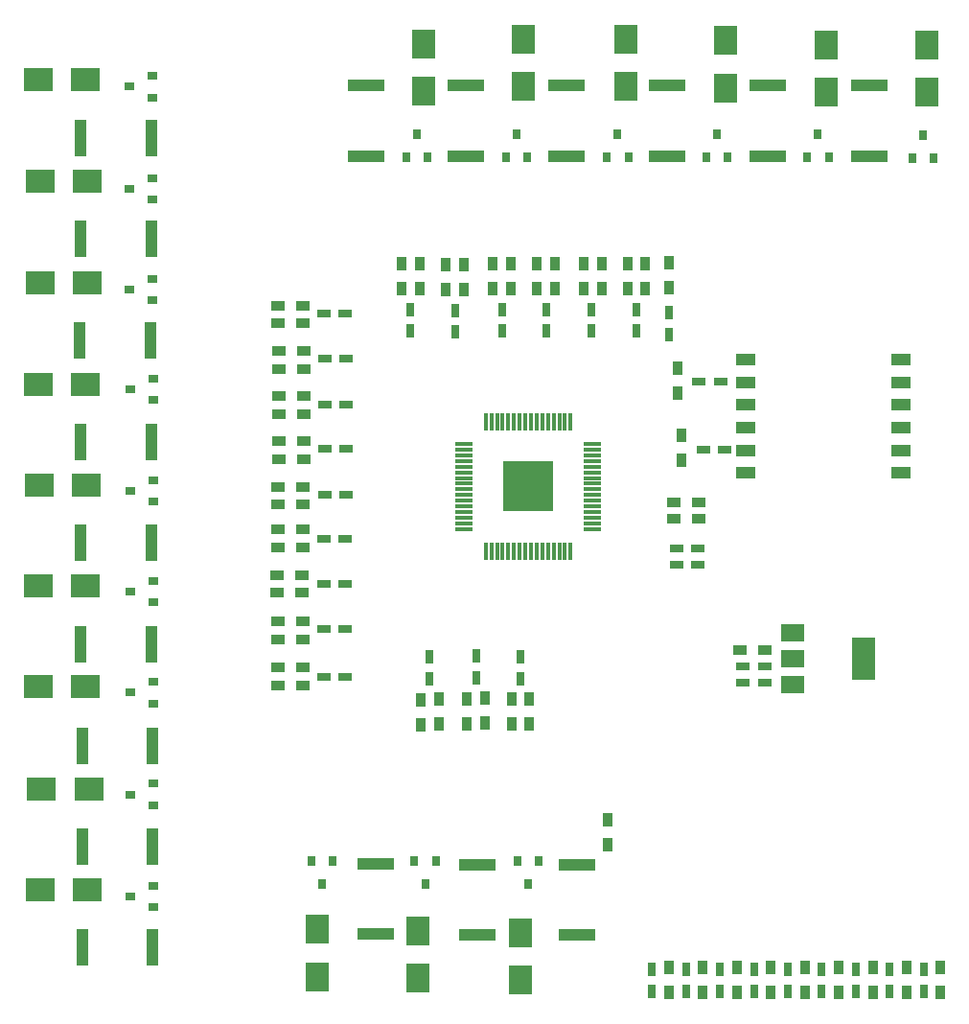
<source format=gbr>
G04 #@! TF.GenerationSoftware,KiCad,Pcbnew,6.0.0-rc1-unknown-5edf350~66~ubuntu18.10.1*
G04 #@! TF.CreationDate,2019-02-07T09:42:41-05:00
G04 #@! TF.ProjectId,BMS-Slave,424d532d-536c-4617-9665-2e6b69636164,V0.2*
G04 #@! TF.SameCoordinates,Original*
G04 #@! TF.FileFunction,Paste,Top*
G04 #@! TF.FilePolarity,Positive*
%FSLAX46Y46*%
G04 Gerber Fmt 4.6, Leading zero omitted, Abs format (unit mm)*
G04 Created by KiCad (PCBNEW 6.0.0-rc1-unknown-5edf350~66~ubuntu18.10.1) date 2019-02-07 09:42:41*
%MOMM*%
%LPD*%
G04 APERTURE LIST*
%ADD10R,0.750000X1.200000*%
%ADD11R,0.900000X1.200000*%
%ADD12R,2.030000X2.650000*%
%ADD13R,0.300000X1.500000*%
%ADD14R,1.500000X0.300000*%
%ADD15R,4.400000X4.400000*%
%ADD16R,1.750000X1.000000*%
%ADD17R,1.753000X1.000000*%
%ADD18R,2.000000X3.800000*%
%ADD19R,2.000000X1.500000*%
%ADD20R,1.200000X0.750000*%
%ADD21R,1.200000X0.900000*%
%ADD22R,3.200000X1.000000*%
%ADD23R,1.000000X3.200000*%
%ADD24R,2.650000X2.030000*%
%ADD25R,0.800000X0.900000*%
%ADD26R,0.900000X0.800000*%
G04 APERTURE END LIST*
D10*
X56300000Y-36050000D03*
X56300000Y-34150000D03*
D11*
X57100000Y-30100000D03*
X57100000Y-32300000D03*
X55500000Y-30100000D03*
X55500000Y-32300000D03*
D12*
X89900000Y-10810000D03*
X89900000Y-14990000D03*
D13*
X58450000Y-44100000D03*
X57950000Y-44100000D03*
X57450000Y-44100000D03*
X56950000Y-44100000D03*
X56450000Y-44100000D03*
X55950000Y-44100000D03*
X55450000Y-44100000D03*
X54950000Y-44100000D03*
X54450000Y-44100000D03*
X53950000Y-44100000D03*
X53450000Y-44100000D03*
X52950000Y-44100000D03*
X52450000Y-44100000D03*
X51950000Y-44100000D03*
X51450000Y-44100000D03*
X50950000Y-44100000D03*
D14*
X49000000Y-46050000D03*
X49000000Y-46550000D03*
X49000000Y-47050000D03*
X49000000Y-47550000D03*
X49000000Y-48050000D03*
X49000000Y-48550000D03*
X49000000Y-49050000D03*
X49000000Y-49550000D03*
X49000000Y-50050000D03*
X49000000Y-50550000D03*
X49000000Y-51050000D03*
X49000000Y-51550000D03*
X49000000Y-52050000D03*
X49000000Y-52550000D03*
X49000000Y-53050000D03*
X49000000Y-53550000D03*
D13*
X50950000Y-55500000D03*
X51450000Y-55500000D03*
X51950000Y-55500000D03*
X52450000Y-55500000D03*
X52950000Y-55500000D03*
X53450000Y-55500000D03*
X53950000Y-55500000D03*
X54450000Y-55500000D03*
X54950000Y-55500000D03*
X55450000Y-55500000D03*
X55950000Y-55500000D03*
X56450000Y-55500000D03*
X56950000Y-55500000D03*
X57450000Y-55500000D03*
X57950000Y-55500000D03*
X58450000Y-55500000D03*
D14*
X60400000Y-53550000D03*
X60400000Y-53050000D03*
X60400000Y-52550000D03*
X60400000Y-52050000D03*
X60400000Y-51550000D03*
X60400000Y-51050000D03*
X60400000Y-50550000D03*
X60400000Y-50050000D03*
X60400000Y-49550000D03*
X60400000Y-49050000D03*
X60400000Y-48550000D03*
X60400000Y-48050000D03*
X60400000Y-47550000D03*
X60400000Y-47050000D03*
X60400000Y-46550000D03*
X60400000Y-46050000D03*
D15*
X54700000Y-49800000D03*
D16*
X87675120Y-44598920D03*
X87675120Y-46598920D03*
X87675120Y-48598920D03*
X87675120Y-42598920D03*
X87675120Y-40598920D03*
X87675120Y-38598920D03*
D17*
X73925120Y-38598920D03*
D16*
X73925120Y-40598920D03*
X73925120Y-42598920D03*
X73925120Y-44598920D03*
X73925120Y-46598920D03*
X73925120Y-48598920D03*
D11*
X67137240Y-92310480D03*
X67137240Y-94510480D03*
X70137240Y-92310480D03*
X70137240Y-94510480D03*
X73137240Y-92310480D03*
X73137240Y-94510480D03*
X76137240Y-92310480D03*
X76137240Y-94510480D03*
X79137240Y-92310480D03*
X79137240Y-94510480D03*
X82137240Y-92310480D03*
X82137240Y-94510480D03*
X85137240Y-92310480D03*
X85137240Y-94510480D03*
X88137240Y-92310480D03*
X88137240Y-94510480D03*
X91137240Y-92310480D03*
X91137240Y-94510480D03*
D18*
X84337320Y-65020400D03*
D19*
X78037320Y-65020400D03*
X78037320Y-67320400D03*
X78037320Y-62720400D03*
D10*
X65637240Y-94360480D03*
X65637240Y-92460480D03*
X68637240Y-94360480D03*
X68637240Y-92460480D03*
X71637240Y-94360480D03*
X71637240Y-92460480D03*
X74637240Y-94360480D03*
X74637240Y-92460480D03*
X77637240Y-94360480D03*
X77637240Y-92460480D03*
X80637240Y-94360480D03*
X80637240Y-92460480D03*
X83637240Y-94360480D03*
X83637240Y-92460480D03*
X86637240Y-94360480D03*
X86637240Y-92460480D03*
X89637240Y-94360480D03*
X89637240Y-92460480D03*
X54000000Y-64850000D03*
X54000000Y-66750000D03*
X50100000Y-66671600D03*
X50100000Y-64771600D03*
X46000000Y-64870000D03*
X46000000Y-66770000D03*
D20*
X36650000Y-66600000D03*
X38550000Y-66600000D03*
X38550000Y-62400000D03*
X36650000Y-62400000D03*
X36650000Y-58400000D03*
X38550000Y-58400000D03*
X36650000Y-54400000D03*
X38550000Y-54400000D03*
X38650000Y-50500000D03*
X36750000Y-50500000D03*
X38650000Y-46500000D03*
X36750000Y-46500000D03*
X36750000Y-42600000D03*
X38650000Y-42600000D03*
X36750000Y-38500000D03*
X38650000Y-38500000D03*
X38550000Y-34500000D03*
X36650000Y-34500000D03*
D10*
X44300000Y-34150000D03*
X44300000Y-36050000D03*
X48300000Y-36150000D03*
X48300000Y-34250000D03*
X52400000Y-36050000D03*
X52400000Y-34150000D03*
X60300000Y-34150000D03*
X60300000Y-36050000D03*
X64300000Y-34150000D03*
X64300000Y-36050000D03*
D11*
X53266480Y-68568760D03*
X53266480Y-70768760D03*
X54800000Y-70778920D03*
X54800000Y-68578920D03*
X49278080Y-70745720D03*
X49278080Y-68545720D03*
X50900000Y-68517960D03*
X50900000Y-70717960D03*
X45216960Y-70831600D03*
X45216960Y-68631600D03*
X46800000Y-68600000D03*
X46800000Y-70800000D03*
D21*
X32600000Y-65800000D03*
X34800000Y-65800000D03*
X34800000Y-67400000D03*
X32600000Y-67400000D03*
X32598800Y-61706400D03*
X34798800Y-61706400D03*
X32614040Y-63300000D03*
X34814040Y-63300000D03*
X32536240Y-57614800D03*
X34736240Y-57614800D03*
X34751480Y-59200000D03*
X32551480Y-59200000D03*
X34800000Y-53600000D03*
X32600000Y-53600000D03*
X34800000Y-55200000D03*
X32600000Y-55200000D03*
X34839720Y-49819560D03*
X32639720Y-49819560D03*
X34834640Y-51400000D03*
X32634640Y-51400000D03*
X32705760Y-45814320D03*
X34905760Y-45814320D03*
X34900000Y-47400000D03*
X32700000Y-47400000D03*
X34892120Y-41841440D03*
X32692120Y-41841440D03*
X32700000Y-43400000D03*
X34900000Y-43400000D03*
X34899080Y-37824440D03*
X32699080Y-37824440D03*
X32700000Y-39400000D03*
X34900000Y-39400000D03*
X32580360Y-33825880D03*
X34780360Y-33825880D03*
X34800000Y-35400000D03*
X32600000Y-35400000D03*
D11*
X45100000Y-30096160D03*
X45100000Y-32296160D03*
X43500000Y-32300000D03*
X43500000Y-30100000D03*
X49000000Y-30200000D03*
X49000000Y-32400000D03*
X47400000Y-32400000D03*
X47400000Y-30200000D03*
X53200000Y-30100000D03*
X53200000Y-32300000D03*
X51600000Y-32300000D03*
X51600000Y-30100000D03*
X61200000Y-32300000D03*
X61200000Y-30100000D03*
X59600000Y-30100000D03*
X59600000Y-32300000D03*
X65000000Y-32300000D03*
X65000000Y-30100000D03*
X63500000Y-30100000D03*
X63500000Y-32300000D03*
D20*
X69786640Y-40515360D03*
X71686640Y-40515360D03*
X72057480Y-46585960D03*
X70157480Y-46585960D03*
D11*
X67876600Y-39323920D03*
X67876600Y-41523920D03*
X68216960Y-47477680D03*
X68216960Y-45277680D03*
D10*
X67118400Y-36354120D03*
X67118400Y-34454120D03*
D20*
X75584120Y-65696040D03*
X73684120Y-65696040D03*
X75584120Y-67133680D03*
X73684120Y-67133680D03*
D11*
X61764280Y-79200680D03*
X61764280Y-81400680D03*
X67118400Y-32262320D03*
X67118400Y-30062320D03*
D21*
X67537961Y-51173440D03*
X69737959Y-51173440D03*
X73371560Y-64233000D03*
X75571560Y-64233000D03*
X69737959Y-52682200D03*
X67537961Y-52682200D03*
D20*
X67804801Y-55242520D03*
X69704799Y-55242520D03*
X69704799Y-56690320D03*
X67804801Y-56690320D03*
D22*
X59000000Y-83200000D03*
X59000000Y-89400000D03*
X50200000Y-83200000D03*
X50200000Y-89400000D03*
X41200000Y-83100000D03*
X41200000Y-89300000D03*
D23*
X21500000Y-90500000D03*
X15300000Y-90500000D03*
X15300000Y-81600000D03*
X21500000Y-81600000D03*
X15300000Y-72700000D03*
X21500000Y-72700000D03*
X15200000Y-63700000D03*
X21400000Y-63700000D03*
X21400000Y-54800000D03*
X15200000Y-54800000D03*
X21400000Y-45900000D03*
X15200000Y-45900000D03*
X21300000Y-36900000D03*
X15100000Y-36900000D03*
X15200000Y-27900000D03*
X21400000Y-27900000D03*
X15200000Y-19000000D03*
X21400000Y-19000000D03*
D22*
X40400000Y-14400000D03*
X40400000Y-20600000D03*
X49200000Y-14400000D03*
X49200000Y-20600000D03*
X58100000Y-14400000D03*
X58100000Y-20600000D03*
X67000000Y-14400000D03*
X67000000Y-20600000D03*
X75900000Y-20600000D03*
X75900000Y-14400000D03*
X84800000Y-20600000D03*
X84800000Y-14400000D03*
D12*
X81000000Y-14990000D03*
X81000000Y-10810000D03*
X72100000Y-10410000D03*
X72100000Y-14590000D03*
X63300000Y-10310000D03*
X63300000Y-14490000D03*
X54300000Y-14490000D03*
X54300000Y-10310000D03*
X45500000Y-14890000D03*
X45500000Y-10710000D03*
D24*
X11410000Y-13900000D03*
X15590000Y-13900000D03*
X15790000Y-22800000D03*
X11610000Y-22800000D03*
X11610000Y-31800000D03*
X15790000Y-31800000D03*
X11410000Y-40800000D03*
X15590000Y-40800000D03*
X15690000Y-49700000D03*
X11510000Y-49700000D03*
X15590000Y-58600000D03*
X11410000Y-58600000D03*
X11410000Y-67500000D03*
X15590000Y-67500000D03*
X15890000Y-76500000D03*
X11710000Y-76500000D03*
X11610000Y-85400000D03*
X15790000Y-85400000D03*
D12*
X36100000Y-93090000D03*
X36100000Y-88910000D03*
X45000000Y-89010000D03*
X45000000Y-93190000D03*
X54000000Y-89210000D03*
X54000000Y-93390000D03*
D25*
X54700000Y-84900000D03*
X53750000Y-82900000D03*
X55650000Y-82900000D03*
X45600000Y-84900000D03*
X44650000Y-82900000D03*
X46550000Y-82900000D03*
X37450000Y-82900000D03*
X35550000Y-82900000D03*
X36500000Y-84900000D03*
D26*
X21600000Y-86950000D03*
X21600000Y-85050000D03*
X19600000Y-86000000D03*
X19600000Y-77000000D03*
X21600000Y-76050000D03*
X21600000Y-77950000D03*
X21600000Y-68950000D03*
X21600000Y-67050000D03*
X19600000Y-68000000D03*
X19600000Y-59100000D03*
X21600000Y-58150000D03*
X21600000Y-60050000D03*
X21600000Y-51150000D03*
X21600000Y-49250000D03*
X19600000Y-50200000D03*
X21600000Y-42150000D03*
X21600000Y-40250000D03*
X19600000Y-41200000D03*
X19500000Y-32400000D03*
X21500000Y-31450000D03*
X21500000Y-33350000D03*
X19500000Y-23500000D03*
X21500000Y-22550000D03*
X21500000Y-24450000D03*
X19500000Y-14500000D03*
X21500000Y-13550000D03*
X21500000Y-15450000D03*
D25*
X43950000Y-20700000D03*
X45850000Y-20700000D03*
X44900000Y-18700000D03*
X52750000Y-20700000D03*
X54650000Y-20700000D03*
X53700000Y-18700000D03*
X62600000Y-18700000D03*
X63550000Y-20700000D03*
X61650000Y-20700000D03*
X70450000Y-20700000D03*
X72350000Y-20700000D03*
X71400000Y-18700000D03*
X79350000Y-20700000D03*
X81250000Y-20700000D03*
X80300000Y-18700000D03*
X89600000Y-18800000D03*
X90550000Y-20800000D03*
X88650000Y-20800000D03*
M02*

</source>
